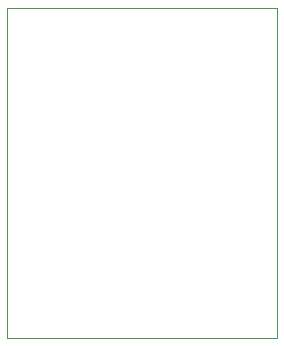
<source format=gbr>
%TF.GenerationSoftware,KiCad,Pcbnew,5.1.9-73d0e3b20d~88~ubuntu16.04.1*%
%TF.CreationDate,2021-03-22T14:59:07+00:00*%
%TF.ProjectId,arm-controller,61726d2d-636f-46e7-9472-6f6c6c65722e,rev?*%
%TF.SameCoordinates,Original*%
%TF.FileFunction,Profile,NP*%
%FSLAX46Y46*%
G04 Gerber Fmt 4.6, Leading zero omitted, Abs format (unit mm)*
G04 Created by KiCad (PCBNEW 5.1.9-73d0e3b20d~88~ubuntu16.04.1) date 2021-03-22 14:59:07*
%MOMM*%
%LPD*%
G01*
G04 APERTURE LIST*
%TA.AperFunction,Profile*%
%ADD10C,0.050000*%
%TD*%
G04 APERTURE END LIST*
D10*
X50800000Y-134620000D02*
X50800000Y-162560000D01*
X73660000Y-134620000D02*
X50800000Y-134620000D01*
X73660000Y-162560000D02*
X73660000Y-134620000D01*
X50800000Y-162560000D02*
X73660000Y-162560000D01*
M02*

</source>
